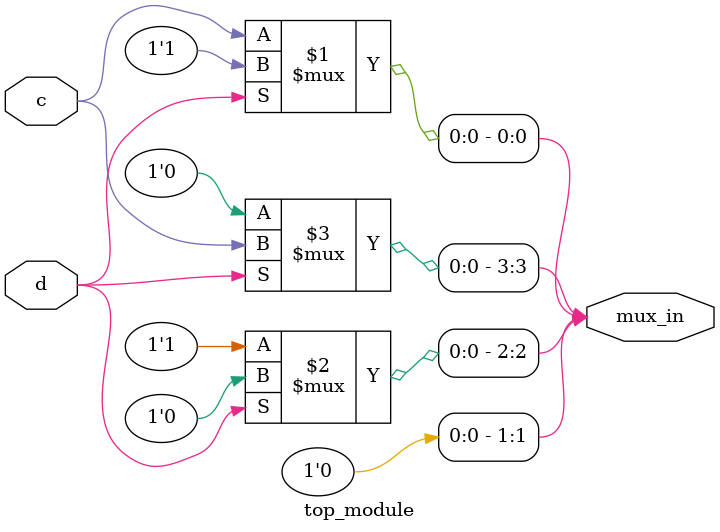
<source format=v>
module top_module (
    input c,
    input d,
    output [3:0] mux_in
); 
    /*This is the solution of version with out using 2-to-1 muxes
    assign mux_in[0] = c | d;  
    assign mux_in[1] = 1'b0;
    assign mux_in[2] = ~d;
    assign mux_in[3] = c & d;
    */
    
    
    //below version of the solution uses 2-to-1 muxes and doesnot use any logic gate
    assign mux_in[0] = d ? 1'b1 : c;  
    assign mux_in[1] = 1'b0;
    assign mux_in[2] = d ? 1'b0 : 1'b1;
    assign mux_in[3] = d ? c : 1'b0;
    

endmodule

</source>
